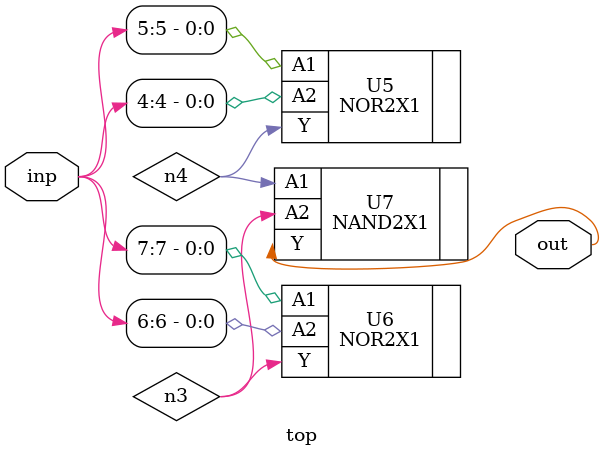
<source format=sv>


module top ( inp, out );
  input [7:0] inp;
  output out;
  wire   n3, n4;

  NOR2X1 U5 ( .A1(inp[5]), .A2(inp[4]), .Y(n4) );
  NOR2X1 U6 ( .A1(inp[7]), .A2(inp[6]), .Y(n3) );
  NAND2X1 U7 ( .A1(n4), .A2(n3), .Y(out) );
endmodule


</source>
